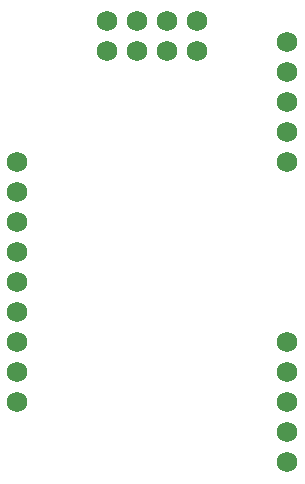
<source format=gbs>
G04 Layer: BottomSolderMaskLayer*
G04 EasyEDA v6.2.46, 2019-11-02T22:46:44+01:00*
G04 ac1458d9b49046569834fa52976d048a,2f1dc3ff27c442d188d0821d71f234e9,NaN*
G04 Gerber Generator version 0.2*
G04 Scale: 100 percent, Rotated: No, Reflected: No *
G04 Dimensions in millimeters *
G04 leading zeros omitted , absolute positions ,3 integer and 3 decimal *
%FSLAX33Y33*%
%MOMM*%
G90*
G71D02*

%ADD15C,1.727200*%

%LPD*%
G54D15*
G01X24257Y41910D03*
G01X24257Y39370D03*
G01X24257Y36830D03*
G01X24257Y34290D03*
G01X24257Y31750D03*
G01X24257Y16510D03*
G01X24257Y13970D03*
G01X24257Y11430D03*
G01X24257Y8890D03*
G01X24257Y6350D03*
G01X1397Y11430D03*
G01X1397Y13970D03*
G01X1397Y16510D03*
G01X1397Y19050D03*
G01X1397Y21590D03*
G01X1397Y24130D03*
G01X1397Y26670D03*
G01X1397Y29210D03*
G01X1397Y31750D03*
G01X16637Y43688D03*
G01X16637Y41148D03*
G01X14097Y43688D03*
G01X14097Y41148D03*
G01X11557Y43688D03*
G01X11557Y41148D03*
G01X9017Y43688D03*
G01X9017Y41148D03*
M00*
M02*

</source>
